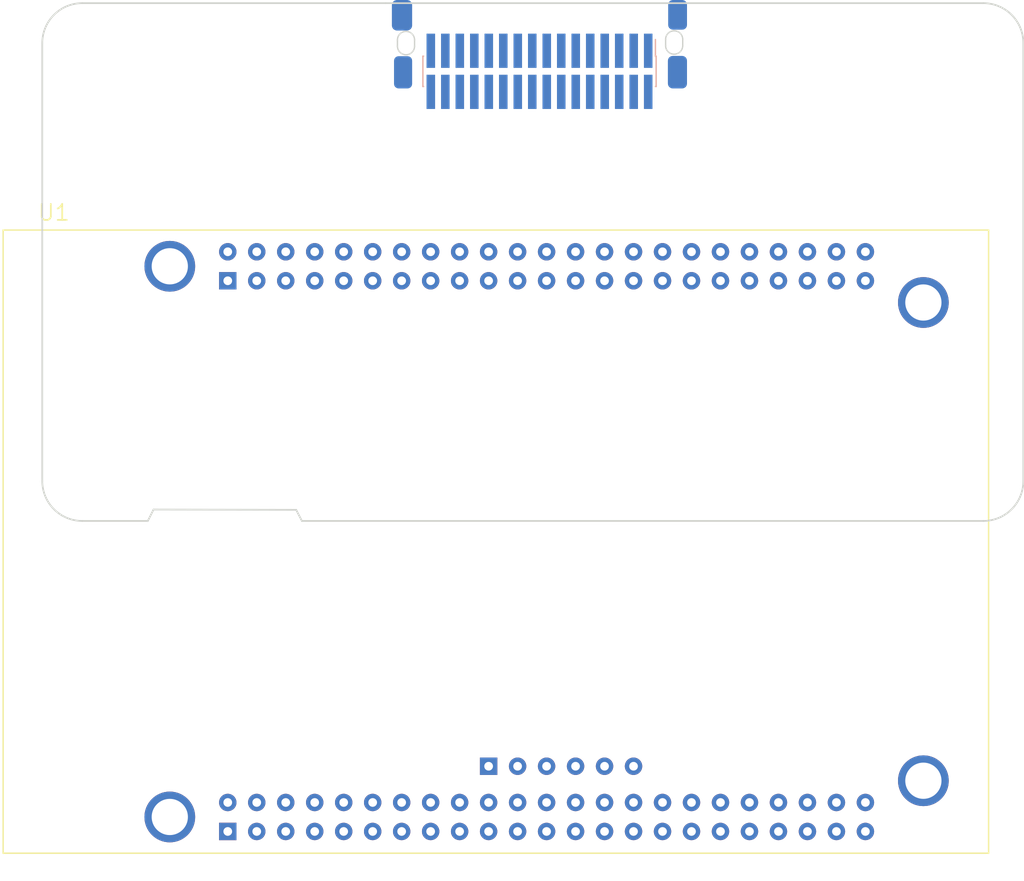
<source format=kicad_pcb>
(kicad_pcb (version 20211014) (generator pcbnew)
  (layers (0 "F.Cu" signal) (31 "B.Cu" signal) (34 "B.Paste" user) (35 "F.Paste" user) (36 "B.SilkS" user "B.Silkscreen") (37 "F.SilkS" user "F.Silkscreen") (38 "B.Mask" user) (39 "F.Mask" user) (44 "Edge.Cuts" user))
  (net 0 "")
  (net 1 "Net-(U1-PadJ1_1)")
  (net 2 "Net-(U1-PadP1)")
  (net 47 "Net-(U1-PadP9_3)")
  (net 48 "Net-(U1-PadP9_5)")
  (net 49 "Net-(U1-PadP9_7)")
  (footprint "Module_Beaglebone:MODULE_BEAGLEBONEBLACK" (layer "F.Cu") (at 54.7 62.3)
    (fp_text reference "U1" (at -38.735 -28.834) (layer "F.SilkS") (effects (font (size 1.4 1.4))))
    (fp_text value "BEAGLEBONEBLACK")
    (fp_line (start 43.18 27.305) (end -43.18 27.305) (layer "F.SilkS") (width 0.127))
    (fp_line (start 43.18 -27.305) (end 43.18 27.305) (layer "F.SilkS") (width 0.127))
    (fp_line (start -43.18 27.305) (end -43.18 -27.305) (layer "F.SilkS") (width 0.127))
    (fp_line (start -43.18 -27.305) (end 43.18 -27.305) (layer "F.SilkS") (width 0.127))
    (pad "J1_1" thru_hole rect locked (at -0.635 19.685) (size 1.524 1.524) (drill 0.762) (layers *.Cu *.Mask) (net 1 "Net-(U1-PadJ1_1)"))
    (pad "J1_2" thru_hole circle locked (at 1.905 19.685) (size 1.524 1.524) (drill 0.762) (layers *.Cu *.Mask))
    (pad "J1_3" thru_hole circle locked (at 4.445 19.685) (size 1.524 1.524) (drill 0.762) (layers *.Cu *.Mask))
    (pad "J1_4" thru_hole circle locked (at 6.985 19.685) (size 1.524 1.524) (drill 0.762) (layers *.Cu *.Mask))
    (pad "J1_5" thru_hole circle locked (at 9.525 19.685) (size 1.524 1.524) (drill 0.762) (layers *.Cu *.Mask))
    (pad "J1_6" thru_hole circle locked (at 12.065 19.685) (size 1.524 1.524) (drill 0.762) (layers *.Cu *.Mask))
    (pad "P1" thru_hole circle locked (at -28.575 -24.13) (size 4.445 4.445) (drill 3.175) (layers *.Cu *.Mask) (net 2 "Net-(U1-PadP1)"))
    (pad "P2" thru_hole circle locked (at -28.575 24.13) (size 4.445 4.445) (drill 3.175) (layers *.Cu *.Mask) (net 2 "Net-(U1-PadP1)"))
    (pad "P3" thru_hole circle locked (at 37.465 20.955) (size 4.445 4.445) (drill 3.175) (layers *.Cu *.Mask) (net 2 "Net-(U1-PadP1)"))
    (pad "P4" thru_hole circle locked (at 37.465 -20.955) (size 4.445 4.445) (drill 3.175) (layers *.Cu *.Mask) (net 2 "Net-(U1-PadP1)"))
    (pad "P8_1" thru_hole rect locked (at -23.495 -22.86) (size 1.524 1.524) (drill 0.762) (layers *.Cu *.Mask) (net 1 "Net-(U1-PadJ1_1)"))
    (pad "P8_2" thru_hole circle locked (at -23.495 -25.4) (size 1.524 1.524) (drill 0.762) (layers *.Cu *.Mask) (net 1 "Net-(U1-PadJ1_1)"))
    (pad "P8_3" thru_hole circle locked (at -20.955 -22.86) (size 1.524 1.524) (drill 0.762) (layers *.Cu *.Mask))
    (pad "P8_4" thru_hole circle locked (at -20.955 -25.4) (size 1.524 1.524) (drill 0.762) (layers *.Cu *.Mask))
    (pad "P8_5" thru_hole circle locked (at -18.415 -22.86) (size 1.524 1.524) (drill 0.762) (layers *.Cu *.Mask))
    (pad "P8_6" thru_hole circle locked (at -18.415 -25.4) (size 1.524 1.524) (drill 0.762) (layers *.Cu *.Mask))
    (pad "P8_7" thru_hole circle locked (at -15.875 -22.86) (size 1.524 1.524) (drill 0.762) (layers *.Cu *.Mask))
    (pad "P8_8" thru_hole circle locked (at -15.875 -25.4) (size 1.524 1.524) (drill 0.762) (layers *.Cu *.Mask))
    (pad "P8_9" thru_hole circle locked (at -13.335 -22.86) (size 1.524 1.524) (drill 0.762) (layers *.Cu *.Mask))
    (pad "P8_10" thru_hole circle locked (at -13.335 -25.4) (size 1.524 1.524) (drill 0.762) (layers *.Cu *.Mask))
    (pad "P8_11" thru_hole circle locked (at -10.795 -22.86) (size 1.524 1.524) (drill 0.762) (layers *.Cu *.Mask))
    (pad "P8_12" thru_hole circle locked (at -10.795 -25.4) (size 1.524 1.524) (drill 0.762) (layers *.Cu *.Mask))
    (pad "P8_13" thru_hole circle locked (at -8.255 -22.86) (size 1.524 1.524) (drill 0.762) (layers *.Cu *.Mask))
    (pad "P8_14" thru_hole circle locked (at -8.255 -25.4) (size 1.524 1.524) (drill 0.762) (layers *.Cu *.Mask))
    (pad "P8_15" thru_hole circle locked (at -5.715 -22.86) (size 1.524 1.524) (drill 0.762) (layers *.Cu *.Mask))
    (pad "P8_16" thru_hole circle locked (at -5.715 -25.4) (size 1.524 1.524) (drill 0.762) (layers *.Cu *.Mask))
    (pad "P8_17" thru_hole circle locked (at -3.175 -22.86) (size 1.524 1.524) (drill 0.762) (layers *.Cu *.Mask))
    (pad "P8_18" thru_hole circle locked (at -3.175 -25.4) (size 1.524 1.524) (drill 0.762) (layers *.Cu *.Mask))
    (pad "P8_19" thru_hole circle locked (at -0.635 -22.86) (size 1.524 1.524) (drill 0.762) (layers *.Cu *.Mask))
    (pad "P8_20" thru_hole circle locked (at -0.635 -25.4) (size 1.524 1.524) (drill 0.762) (layers *.Cu *.Mask))
    (pad "P8_21" thru_hole circle locked (at 1.905 -22.86) (size 1.524 1.524) (drill 0.762) (layers *.Cu *.Mask))
    (pad "P8_22" thru_hole circle locked (at 1.905 -25.4) (size 1.524 1.524) (drill 0.762) (layers *.Cu *.Mask))
    (pad "P8_23" thru_hole circle locked (at 4.445 -22.86) (size 1.524 1.524) (drill 0.762) (layers *.Cu *.Mask))
    (pad "P8_24" thru_hole circle locked (at 4.445 -25.4) (size 1.524 1.524) (drill 0.762) (layers *.Cu *.Mask))
    (pad "P8_25" thru_hole circle locked (at 6.985 -22.86) (size 1.524 1.524) (drill 0.762) (layers *.Cu *.Mask))
    (pad "P8_26" thru_hole circle locked (at 6.985 -25.4) (size 1.524 1.524) (drill 0.762) (layers *.Cu *.Mask))
    (pad "P8_27" thru_hole circle locked (at 9.525 -22.86) (size 1.524 1.524) (drill 0.762) (layers *.Cu *.Mask))
    (pad "P8_28" thru_hole circle locked (at 9.525 -25.4) (size 1.524 1.524) (drill 0.762) (layers *.Cu *.Mask))
    (pad "P8_29" thru_hole circle locked (at 12.065 -22.86) (size 1.524 1.524) (drill 0.762) (layers *.Cu *.Mask))
    (pad "P8_30" thru_hole circle locked (at 12.065 -25.4) (size 1.524 1.524) (drill 0.762) (layers *.Cu *.Mask))
    (pad "P8_31" thru_hole circle locked (at 14.605 -22.86) (size 1.524 1.524) (drill 0.762) (layers *.Cu *.Mask))
    (pad "P8_32" thru_hole circle locked (at 14.605 -25.4) (size 1.524 1.524) (drill 0.762) (layers *.Cu *.Mask))
    (pad "P8_33" thru_hole circle locked (at 17.145 -22.86) (size 1.524 1.524) (drill 0.762) (layers *.Cu *.Mask))
    (pad "P8_34" thru_hole circle locked (at 17.145 -25.4) (size 1.524 1.524) (drill 0.762) (layers *.Cu *.Mask))
    (pad "P8_35" thru_hole circle locked (at 19.685 -22.86) (size 1.524 1.524) (drill 0.762) (layers *.Cu *.Mask))
    (pad "P8_36" thru_hole circle locked (at 19.685 -25.4) (size 1.524 1.524) (drill 0.762) (layers *.Cu *.Mask))
    (pad "P8_37" thru_hole circle locked (at 22.225 -22.86) (size 1.524 1.524) (drill 0.762) (layers *.Cu *.Mask))
    (pad "P8_38" thru_hole circle locked (at 22.225 -25.4) (size 1.524 1.524) (drill 0.762) (layers *.Cu *.Mask))
    (pad "P8_39" thru_hole circle locked (at 24.765 -22.86) (size 1.524 1.524) (drill 0.762) (layers *.Cu *.Mask))
    (pad "P8_40" thru_hole circle locked (at 24.765 -25.4) (size 1.524 1.524) (drill 0.762) (layers *.Cu *.Mask))
    (pad "P8_41" thru_hole circle locked (at 27.305 -22.86) (size 1.524 1.524) (drill 0.762) (layers *.Cu *.Mask))
    (pad "P8_42" thru_hole circle locked (at 27.305 -25.4) (size 1.524 1.524) (drill 0.762) (layers *.Cu *.Mask))
    (pad "P8_43" thru_hole circle locked (at 29.845 -22.86) (size 1.524 1.524) (drill 0.762) (layers *.Cu *.Mask))
    (pad "P8_44" thru_hole circle locked (at 29.845 -25.4) (size 1.524 1.524) (drill 0.762) (layers *.Cu *.Mask))
    (pad "P8_45" thru_hole circle locked (at 32.385 -22.86) (size 1.524 1.524) (drill 0.762) (layers *.Cu *.Mask))
    (pad "P8_46" thru_hole circle locked (at 32.385 -25.4) (size 1.524 1.524) (drill 0.762) (layers *.Cu *.Mask))
    (pad "P9_1" thru_hole rect locked (at -23.495 25.4) (size 1.524 1.524) (drill 0.762) (layers *.Cu *.Mask) (net 1 "Net-(U1-PadJ1_1)"))
    (pad "P9_2" thru_hole circle locked (at -23.495 22.86) (size 1.524 1.524) (drill 0.762) (layers *.Cu *.Mask) (net 1 "Net-(U1-PadJ1_1)"))
    (pad "P9_3" thru_hole circle locked (at -20.955 25.4) (size 1.524 1.524) (drill 0.762) (layers *.Cu *.Mask) (net 47 "Net-(U1-PadP9_3)"))
    (pad "P9_4" thru_hole circle locked (at -20.955 22.86) (size 1.524 1.524) (drill 0.762) (layers *.Cu *.Mask) (net 47 "Net-(U1-PadP9_3)"))
    (pad "P9_5" thru_hole circle locked (at -18.415 25.4) (size 1.524 1.524) (drill 0.762) (layers *.Cu *.Mask) (net 48 "Net-(U1-PadP9_5)"))
    (pad "P9_6" thru_hole circle locked (at -18.415 22.86) (size 1.524 1.524) (drill 0.762) (layers *.Cu *.Mask) (net 48 "Net-(U1-PadP9_5)"))
    (pad "P9_7" thru_hole circle locked (at -15.875 25.4) (size 1.524 1.524) (drill 0.762) (layers *.Cu *.Mask) (net 49 "Net-(U1-PadP9_7)"))
    (pad "P9_8" thru_hole circle locked (at -15.875 22.86) (size 1.524 1.524) (drill 0.762) (layers *.Cu *.Mask) (net 49 "Net-(U1-PadP9_7)"))
    (pad "P9_9" thru_hole circle locked (at -13.335 25.4) (size 1.524 1.524) (drill 0.762) (layers *.Cu *.Mask))
    (pad "P9_10" thru_hole circle locked (at -13.335 22.86) (size 1.524 1.524) (drill 0.762) (layers *.Cu *.Mask))
    (pad "P9_11" thru_hole circle locked (at -10.795 25.4) (size 1.524 1.524) (drill 0.762) (layers *.Cu *.Mask))
    (pad "P9_12" thru_hole circle locked (at -10.795 22.86) (size 1.524 1.524) (drill 0.762) (layers *.Cu *.Mask))
    (pad "P9_13" thru_hole circle locked (at -8.255 25.4) (size 1.524 1.524) (drill 0.762) (layers *.Cu *.Mask))
    (pad "P9_14" thru_hole circle locked (at -8.255 22.86) (size 1.524 1.524) (drill 0.762) (layers *.Cu *.Mask))
    (pad "P9_15" thru_hole circle locked (at -5.715 25.4) (size 1.524 1.524) (drill 0.762) (layers *.Cu *.Mask))
    (pad "P9_16" thru_hole circle locked (at -5.715 22.86) (size 1.524 1.524) (drill 0.762) (layers *.Cu *.Mask))
    (pad "P9_17" thru_hole circle locked (at -3.175 25.4) (size 1.524 1.524) (drill 0.762) (layers *.Cu *.Mask))
    (pad "P9_18" thru_hole circle locked (at -3.175 22.86) (size 1.524 1.524) (drill 0.762) (layers *.Cu *.Mask))
    (pad "P9_19" thru_hole circle locked (at -0.635 25.4) (size 1.524 1.524) (drill 0.762) (layers *.Cu *.Mask))
    (pad "P9_20" thru_hole circle locked (at -0.635 22.86) (size 1.524 1.524) (drill 0.762) (layers *.Cu *.Mask))
    (pad "P9_21" thru_hole circle locked (at 1.905 25.4) (size 1.524 1.524) (drill 0.762) (layers *.Cu *.Mask))
    (pad "P9_22" thru_hole circle locked (at 1.905 22.86) (size 1.524 1.524) (drill 0.762) (layers *.Cu *.Mask))
    (pad "P9_23" thru_hole circle locked (at 4.445 25.4) (size 1.524 1.524) (drill 0.762) (layers *.Cu *.Mask))
    (pad "P9_24" thru_hole circle locked (at 4.445 22.86) (size 1.524 1.524) (drill 0.762) (layers *.Cu *.Mask))
    (pad "P9_25" thru_hole circle locked (at 6.985 25.4) (size 1.524 1.524) (drill 0.762) (layers *.Cu *.Mask))
    (pad "P9_26" thru_hole circle locked (at 6.985 22.86) (size 1.524 1.524) (drill 0.762) (layers *.Cu *.Mask))
    (pad "P9_27" thru_hole circle locked (at 9.525 25.4) (size 1.524 1.524) (drill 0.762) (layers *.Cu *.Mask))
    (pad "P9_28" thru_hole circle locked (at 9.525 22.86) (size 1.524 1.524) (drill 0.762) (layers *.Cu *.Mask))
    (pad "P9_29" thru_hole circle locked (at 12.065 25.4) (size 1.524 1.524) (drill 0.762) (layers *.Cu *.Mask))
    (pad "P9_30" thru_hole circle locked (at 12.065 22.86) (size 1.524 1.524) (drill 0.762) (layers *.Cu *.Mask))
    (pad "P9_31" thru_hole circle locked (at 14.605 25.4) (size 1.524 1.524) (drill 0.762) (layers *.Cu *.Mask))
    (pad "P9_32" thru_hole circle locked (at 14.605 22.86) (size 1.524 1.524) (drill 0.762) (layers *.Cu *.Mask))
    (pad "P9_33" thru_hole circle locked (at 17.145 25.4) (size 1.524 1.524) (drill 0.762) (layers *.Cu *.Mask))
    (pad "P9_34" thru_hole circle locked (at 17.145 22.86) (size 1.524 1.524) (drill 0.762) (layers *.Cu *.Mask))
    (pad "P9_35" thru_hole circle locked (at 19.685 25.4) (size 1.524 1.524) (drill 0.762) (layers *.Cu *.Mask))
    (pad "P9_36" thru_hole circle locked (at 19.685 22.86) (size 1.524 1.524) (drill 0.762) (layers *.Cu *.Mask))
    (pad "P9_37" thru_hole circle locked (at 22.225 25.4) (size 1.524 1.524) (drill 0.762) (layers *.Cu *.Mask))
    (pad "P9_38" thru_hole circle locked (at 22.225 22.86) (size 1.524 1.524) (drill 0.762) (layers *.Cu *.Mask))
    (pad "P9_39" thru_hole circle locked (at 24.765 25.4) (size 1.524 1.524) (drill 0.762) (layers *.Cu *.Mask))
    (pad "P9_40" thru_hole circle locked (at 24.765 22.86) (size 1.524 1.524) (drill 0.762) (layers *.Cu *.Mask))
    (pad "P9_41" thru_hole circle locked (at 27.305 25.4) (size 1.524 1.524) (drill 0.762) (layers *.Cu *.Mask))
    (pad "P9_42" thru_hole circle locked (at 27.305 22.86) (size 1.524 1.524) (drill 0.762) (layers *.Cu *.Mask))
    (pad "P9_43" thru_hole circle locked (at 29.845 25.4) (size 1.524 1.524) (drill 0.762) (layers *.Cu *.Mask) (net 1 "Net-(U1-PadJ1_1)"))
    (pad "P9_44" thru_hole circle locked (at 29.845 22.86) (size 1.524 1.524) (drill 0.762) (layers *.Cu *.Mask) (net 1 "Net-(U1-PadJ1_1)"))
    (pad "P9_45" thru_hole circle locked (at 32.385 25.4) (size 1.524 1.524) (drill 0.762) (layers *.Cu *.Mask) (net 1 "Net-(U1-PadJ1_1)"))
    (pad "P9_46" thru_hole circle locked (at 32.385 22.86) (size 1.524 1.524) (drill 0.762) (layers *.Cu *.Mask) (net 1 "Net-(U1-PadJ1_1)"))
  )
  (footprint "TE_DTM1312PA12PBR008:PinSocket_2x16_P1.27mm_Vertical_SMD" (layer "B.Cu") (at 58.525162 21.085 90)
    (fp_text reference "J2" hide)
    (fp_text value "Conn_02x15_Odd_Even_Shielded")
    (fp_line (start 1.33 -10.16) (end 1.33 -10.22) (layer "B.SilkS") (width 0.12))
    (fp_line (start 1.33 10.16) (end 2.79 10.16) (layer "B.SilkS") (width 0.12))
    (fp_line (start -1.33 -10.16) (end -1.33 -10.22) (layer "B.SilkS") (width 0.12))
    (fp_line (start 1.33 10.22) (end 1.33 10.16) (layer "B.SilkS") (width 0.12))
    (fp_line (start -1.33 10.22) (end 1.33 10.22) (layer "B.SilkS") (width 0.12))
    (fp_line (start -1.33 -10.22) (end 1.33 -10.22) (layer "B.SilkS") (width 0.12))
    (fp_line (start -1.33 10.22) (end -1.33 10.16) (layer "B.SilkS") (width 0.12))
    (fp_line (start 2.2 -12.45) (end 2.75 -12.45) (layer "Edge.Cuts") (width 0.12))
    (fp_line (start 2.25 11.05) (end 2.8 11.05) (layer "Edge.Cuts") (width 0.12))
    (fp_line (start 2.25 12.55) (end 2.8 12.55) (layer "Edge.Cuts") (width 0.12))
    (fp_line (start 2.2 -10.95) (end 2.75 -10.95) (layer "Edge.Cuts") (width 0.12))
    (fp_arc (start 2.25 12.55) (mid 1.5 11.8) (end 2.25 11.05) (layer "Edge.Cuts") (width 0.12))
    (fp_arc (start 2.75 -12.45) (mid 3.5 -11.7) (end 2.75 -10.95) (layer "Edge.Cuts") (width 0.12))
    (fp_arc (start 2.8 11.05) (mid 3.55 11.8) (end 2.8 12.55) (layer "Edge.Cuts") (width 0.12))
    (fp_arc (start 2.2 -10.95) (mid 1.45 -11.7) (end 2.2 -12.45) (layer "Edge.Cuts") (width 0.12))
    (pad "1" smd rect (at 1.8 9.525 90) (size 3 0.75) (layers "B.Cu" "B.Paste" "B.Mask"))
    (pad "2" smd rect (at -1.8 9.525 90) (size 3 0.75) (layers "B.Cu" "B.Paste" "B.Mask"))
    (pad "3" smd rect (at 1.8 8.255 90) (size 3 0.75) (layers "B.Cu" "B.Paste" "B.Mask"))
    (pad "4" smd rect (at -1.8 8.255 90) (size 3 0.75) (layers "B.Cu" "B.Paste" "B.Mask"))
    (pad "5" smd rect (at 1.8 6.985 90) (size 3 0.75) (layers "B.Cu" "B.Paste" "B.Mask"))
    (pad "6" smd rect (at -1.8 6.985 90) (size 3 0.75) (layers "B.Cu" "B.Paste" "B.Mask"))
    (pad "7" smd rect (at 1.8 5.715 90) (size 3 0.75) (layers "B.Cu" "B.Paste" "B.Mask"))
    (pad "8" smd rect (at -1.8 5.715 90) (size 3 0.75) (layers "B.Cu" "B.Paste" "B.Mask"))
    (pad "9" smd rect (at 1.8 4.445 90) (size 3 0.75) (layers "B.Cu" "B.Paste" "B.Mask"))
    (pad "10" smd rect (at -1.8 4.445 90) (size 3 0.75) (layers "B.Cu" "B.Paste" "B.Mask"))
    (pad "11" smd rect (at 1.8 3.175 90) (size 3 0.75) (layers "B.Cu" "B.Paste" "B.Mask"))
    (pad "12" smd rect (at -1.8 3.175 90) (size 3 0.75) (layers "B.Cu" "B.Paste" "B.Mask"))
    (pad "13" smd rect (at 1.8 1.905 90) (size 3 0.75) (layers "B.Cu" "B.Paste" "B.Mask"))
    (pad "14" smd rect (at -1.8 1.905 90) (size 3 0.75) (layers "B.Cu" "B.Paste" "B.Mask"))
    (pad "15" smd rect (at 1.8 0.635 90) (size 3 0.75) (layers "B.Cu" "B.Paste" "B.Mask"))
    (pad "16" smd rect (at -1.8 0.635 90) (size 3 0.75) (layers "B.Cu" "B.Paste" "B.Mask"))
    (pad "17" smd rect (at 1.8 -0.635 90) (size 3 0.75) (layers "B.Cu" "B.Paste" "B.Mask"))
    (pad "18" smd rect (at -1.8 -0.635 90) (size 3 0.75) (layers "B.Cu" "B.Paste" "B.Mask"))
    (pad "19" smd rect (at 1.8 -1.905 90) (size 3 0.75) (layers "B.Cu" "B.Paste" "B.Mask"))
    (pad "20" smd rect (at -1.8 -1.905 90) (size 3 0.75) (layers "B.Cu" "B.Paste" "B.Mask"))
    (pad "21" smd rect (at 1.8 -3.175 90) (size 3 0.75) (layers "B.Cu" "B.Paste" "B.Mask"))
    (pad "22" smd rect (at -1.8 -3.175 90) (size 3 0.75) (layers "B.Cu" "B.Paste" "B.Mask"))
    (pad "23" smd rect (at 1.8 -4.445 90) (size 3 0.75) (layers "B.Cu" "B.Paste" "B.Mask"))
    (pad "24" smd rect (at -1.8 -4.445 90) (size 3 0.75) (layers "B.Cu" "B.Paste" "B.Mask"))
    (pad "25" smd rect (at 1.8 -5.715 90) (size 3 0.75) (layers "B.Cu" "B.Paste" "B.Mask"))
    (pad "26" smd rect (at -1.8 -5.715 90) (size 3 0.75) (layers "B.Cu" "B.Paste" "B.Mask"))
    (pad "27" smd rect (at 1.8 -6.985 90) (size 3 0.75) (layers "B.Cu" "B.Paste" "B.Mask"))
    (pad "28" smd rect (at -1.8 -6.985 90) (size 3 0.75) (layers "B.Cu" "B.Paste" "B.Mask"))
    (pad "29" smd rect (at 1.8 -8.255 90) (size 3 0.75) (layers "B.Cu" "B.Paste" "B.Mask"))
    (pad "30" smd rect (at -1.8 -8.255 90) (size 3 0.75) (layers "B.Cu" "B.Paste" "B.Mask"))
    (pad "31" smd rect (at 1.8 -9.525 90) (size 3 0.75) (layers "B.Cu" "B.Paste" "B.Mask"))
    (pad "32" smd rect (at -1.8 -9.525 90) (size 3 0.75) (layers "B.Cu" "B.Paste" "B.Mask"))
    (pad "MP1" smd roundrect (at 4.949919 12.1 90) (size 2.600162 1.65016) (layers "B.Cu" "B.Paste" "B.Mask"))
    (pad "MP1" smd roundrect (at -0.074919 12.08754 90) (size 2.850162 1.67508) (layers "B.Cu" "B.Paste" "B.Mask"))
    (pad "MP2" smd roundrect (at -0.08746 -11.95623 90) (size 2.82508 1.58754) (layers "B.Cu" "B.Paste" "B.Mask"))
    (pad "MP2" smd roundrect (at 4.912459 -12.05 90) (size 2.675081 1.77508) (layers "B.Cu" "B.Paste" "B.Mask"))
  )
  (gr_arc (start 97.425 15.1125) (mid 99.899874 16.137626) (end 100.925 18.6125) (layer "Edge.Cuts") (width 0.15))
  (gr_line (start 37.2 59.5125) (end 37.7 60.4875) (layer "Edge.Cuts") (width 0.15))
  (gr_line (start 14.95 18.6125) (end 14.95 56.9875) (layer "Edge.Cuts") (width 0.15))
  (gr_line (start 37.7 60.4875) (end 97.425 60.4875) (layer "Edge.Cuts") (width 0.15))
  (gr_arc (start 14.95 18.6125) (mid 15.975126 16.137626) (end 18.45 15.1125) (layer "Edge.Cuts") (width 0.15))
  (gr_arc (start 100.925 56.9875) (mid 99.899874 59.462374) (end 97.425 60.4875) (layer "Edge.Cuts") (width 0.15))
  (gr_line (start 45.05 15.1125) (end 18.45 15.1125) (layer "Edge.Cuts") (width 0.15))
  (gr_line (start 97.425 15.1125) (end 45.05 15.1125) (layer "Edge.Cuts") (width 0.15))
  (gr_line (start 100.925 18.6125) (end 100.925 56.9875) (layer "Edge.Cuts") (width 0.15))
  (gr_arc (start 18.45 60.4875) (mid 15.975126 59.462374) (end 14.95 56.9875) (layer "Edge.Cuts") (width 0.15))
  (gr_line (start 24.2 60.4875) (end 24.7 59.4875) (layer "Edge.Cuts") (width 0.15))
  (gr_line (start 18.45 60.4875) (end 24.2 60.4875) (layer "Edge.Cuts") (width 0.15))
  (gr_line (start 24.7 59.4875) (end 37.2 59.5125) (layer "Edge.Cuts") (width 0.15))
)
</source>
